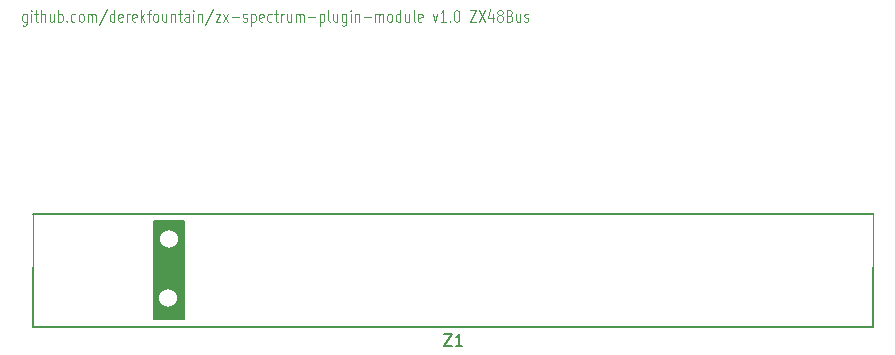
<source format=gto>
G04 #@! TF.GenerationSoftware,KiCad,Pcbnew,6.0.11-2627ca5db0~126~ubuntu22.04.1*
G04 #@! TF.CreationDate,2023-04-18T11:26:26+01:00*
G04 #@! TF.ProjectId,pim,70696d2e-6b69-4636-9164-5f7063625858,rev?*
G04 #@! TF.SameCoordinates,Original*
G04 #@! TF.FileFunction,Legend,Top*
G04 #@! TF.FilePolarity,Positive*
%FSLAX46Y46*%
G04 Gerber Fmt 4.6, Leading zero omitted, Abs format (unit mm)*
G04 Created by KiCad (PCBNEW 6.0.11-2627ca5db0~126~ubuntu22.04.1) date 2023-04-18 11:26:26*
%MOMM*%
%LPD*%
G01*
G04 APERTURE LIST*
%ADD10C,0.150000*%
%ADD11C,0.125000*%
%ADD12C,0.120000*%
%ADD13C,1.524000*%
%ADD14R,1.700000X1.700000*%
%ADD15O,1.700000X1.700000*%
G04 APERTURE END LIST*
D10*
X121980000Y-129940000D02*
X124440000Y-129940000D01*
X124440000Y-129940000D02*
X124440000Y-121640000D01*
X124440000Y-121640000D02*
X121980000Y-121640000D01*
X121980000Y-121640000D02*
X121980000Y-129940000D01*
G36*
X121980000Y-129940000D02*
G01*
X124440000Y-129940000D01*
X124440000Y-121640000D01*
X121980000Y-121640000D01*
X121980000Y-129940000D01*
G37*
D11*
X111152380Y-104095714D02*
X111152380Y-104905238D01*
X111114285Y-105000476D01*
X111076190Y-105048095D01*
X111000000Y-105095714D01*
X110885714Y-105095714D01*
X110809523Y-105048095D01*
X111152380Y-104714761D02*
X111076190Y-104762380D01*
X110923809Y-104762380D01*
X110847619Y-104714761D01*
X110809523Y-104667142D01*
X110771428Y-104571904D01*
X110771428Y-104286190D01*
X110809523Y-104190952D01*
X110847619Y-104143333D01*
X110923809Y-104095714D01*
X111076190Y-104095714D01*
X111152380Y-104143333D01*
X111533333Y-104762380D02*
X111533333Y-104095714D01*
X111533333Y-103762380D02*
X111495238Y-103810000D01*
X111533333Y-103857619D01*
X111571428Y-103810000D01*
X111533333Y-103762380D01*
X111533333Y-103857619D01*
X111800000Y-104095714D02*
X112104761Y-104095714D01*
X111914285Y-103762380D02*
X111914285Y-104619523D01*
X111952380Y-104714761D01*
X112028571Y-104762380D01*
X112104761Y-104762380D01*
X112371428Y-104762380D02*
X112371428Y-103762380D01*
X112714285Y-104762380D02*
X112714285Y-104238571D01*
X112676190Y-104143333D01*
X112600000Y-104095714D01*
X112485714Y-104095714D01*
X112409523Y-104143333D01*
X112371428Y-104190952D01*
X113438095Y-104095714D02*
X113438095Y-104762380D01*
X113095238Y-104095714D02*
X113095238Y-104619523D01*
X113133333Y-104714761D01*
X113209523Y-104762380D01*
X113323809Y-104762380D01*
X113400000Y-104714761D01*
X113438095Y-104667142D01*
X113819047Y-104762380D02*
X113819047Y-103762380D01*
X113819047Y-104143333D02*
X113895238Y-104095714D01*
X114047619Y-104095714D01*
X114123809Y-104143333D01*
X114161904Y-104190952D01*
X114200000Y-104286190D01*
X114200000Y-104571904D01*
X114161904Y-104667142D01*
X114123809Y-104714761D01*
X114047619Y-104762380D01*
X113895238Y-104762380D01*
X113819047Y-104714761D01*
X114542857Y-104667142D02*
X114580952Y-104714761D01*
X114542857Y-104762380D01*
X114504761Y-104714761D01*
X114542857Y-104667142D01*
X114542857Y-104762380D01*
X115266666Y-104714761D02*
X115190476Y-104762380D01*
X115038095Y-104762380D01*
X114961904Y-104714761D01*
X114923809Y-104667142D01*
X114885714Y-104571904D01*
X114885714Y-104286190D01*
X114923809Y-104190952D01*
X114961904Y-104143333D01*
X115038095Y-104095714D01*
X115190476Y-104095714D01*
X115266666Y-104143333D01*
X115723809Y-104762380D02*
X115647619Y-104714761D01*
X115609523Y-104667142D01*
X115571428Y-104571904D01*
X115571428Y-104286190D01*
X115609523Y-104190952D01*
X115647619Y-104143333D01*
X115723809Y-104095714D01*
X115838095Y-104095714D01*
X115914285Y-104143333D01*
X115952380Y-104190952D01*
X115990476Y-104286190D01*
X115990476Y-104571904D01*
X115952380Y-104667142D01*
X115914285Y-104714761D01*
X115838095Y-104762380D01*
X115723809Y-104762380D01*
X116333333Y-104762380D02*
X116333333Y-104095714D01*
X116333333Y-104190952D02*
X116371428Y-104143333D01*
X116447619Y-104095714D01*
X116561904Y-104095714D01*
X116638095Y-104143333D01*
X116676190Y-104238571D01*
X116676190Y-104762380D01*
X116676190Y-104238571D02*
X116714285Y-104143333D01*
X116790476Y-104095714D01*
X116904761Y-104095714D01*
X116980952Y-104143333D01*
X117019047Y-104238571D01*
X117019047Y-104762380D01*
X117971428Y-103714761D02*
X117285714Y-105000476D01*
X118580952Y-104762380D02*
X118580952Y-103762380D01*
X118580952Y-104714761D02*
X118504761Y-104762380D01*
X118352380Y-104762380D01*
X118276190Y-104714761D01*
X118238095Y-104667142D01*
X118200000Y-104571904D01*
X118200000Y-104286190D01*
X118238095Y-104190952D01*
X118276190Y-104143333D01*
X118352380Y-104095714D01*
X118504761Y-104095714D01*
X118580952Y-104143333D01*
X119266666Y-104714761D02*
X119190476Y-104762380D01*
X119038095Y-104762380D01*
X118961904Y-104714761D01*
X118923809Y-104619523D01*
X118923809Y-104238571D01*
X118961904Y-104143333D01*
X119038095Y-104095714D01*
X119190476Y-104095714D01*
X119266666Y-104143333D01*
X119304761Y-104238571D01*
X119304761Y-104333809D01*
X118923809Y-104429047D01*
X119647619Y-104762380D02*
X119647619Y-104095714D01*
X119647619Y-104286190D02*
X119685714Y-104190952D01*
X119723809Y-104143333D01*
X119800000Y-104095714D01*
X119876190Y-104095714D01*
X120447619Y-104714761D02*
X120371428Y-104762380D01*
X120219047Y-104762380D01*
X120142857Y-104714761D01*
X120104761Y-104619523D01*
X120104761Y-104238571D01*
X120142857Y-104143333D01*
X120219047Y-104095714D01*
X120371428Y-104095714D01*
X120447619Y-104143333D01*
X120485714Y-104238571D01*
X120485714Y-104333809D01*
X120104761Y-104429047D01*
X120828571Y-104762380D02*
X120828571Y-103762380D01*
X120904761Y-104381428D02*
X121133333Y-104762380D01*
X121133333Y-104095714D02*
X120828571Y-104476666D01*
X121361904Y-104095714D02*
X121666666Y-104095714D01*
X121476190Y-104762380D02*
X121476190Y-103905238D01*
X121514285Y-103810000D01*
X121590476Y-103762380D01*
X121666666Y-103762380D01*
X122047619Y-104762380D02*
X121971428Y-104714761D01*
X121933333Y-104667142D01*
X121895238Y-104571904D01*
X121895238Y-104286190D01*
X121933333Y-104190952D01*
X121971428Y-104143333D01*
X122047619Y-104095714D01*
X122161904Y-104095714D01*
X122238095Y-104143333D01*
X122276190Y-104190952D01*
X122314285Y-104286190D01*
X122314285Y-104571904D01*
X122276190Y-104667142D01*
X122238095Y-104714761D01*
X122161904Y-104762380D01*
X122047619Y-104762380D01*
X123000000Y-104095714D02*
X123000000Y-104762380D01*
X122657142Y-104095714D02*
X122657142Y-104619523D01*
X122695238Y-104714761D01*
X122771428Y-104762380D01*
X122885714Y-104762380D01*
X122961904Y-104714761D01*
X123000000Y-104667142D01*
X123380952Y-104095714D02*
X123380952Y-104762380D01*
X123380952Y-104190952D02*
X123419047Y-104143333D01*
X123495238Y-104095714D01*
X123609523Y-104095714D01*
X123685714Y-104143333D01*
X123723809Y-104238571D01*
X123723809Y-104762380D01*
X123990476Y-104095714D02*
X124295238Y-104095714D01*
X124104761Y-103762380D02*
X124104761Y-104619523D01*
X124142857Y-104714761D01*
X124219047Y-104762380D01*
X124295238Y-104762380D01*
X124904761Y-104762380D02*
X124904761Y-104238571D01*
X124866666Y-104143333D01*
X124790476Y-104095714D01*
X124638095Y-104095714D01*
X124561904Y-104143333D01*
X124904761Y-104714761D02*
X124828571Y-104762380D01*
X124638095Y-104762380D01*
X124561904Y-104714761D01*
X124523809Y-104619523D01*
X124523809Y-104524285D01*
X124561904Y-104429047D01*
X124638095Y-104381428D01*
X124828571Y-104381428D01*
X124904761Y-104333809D01*
X125285714Y-104762380D02*
X125285714Y-104095714D01*
X125285714Y-103762380D02*
X125247619Y-103810000D01*
X125285714Y-103857619D01*
X125323809Y-103810000D01*
X125285714Y-103762380D01*
X125285714Y-103857619D01*
X125666666Y-104095714D02*
X125666666Y-104762380D01*
X125666666Y-104190952D02*
X125704761Y-104143333D01*
X125780952Y-104095714D01*
X125895238Y-104095714D01*
X125971428Y-104143333D01*
X126009523Y-104238571D01*
X126009523Y-104762380D01*
X126961904Y-103714761D02*
X126276190Y-105000476D01*
X127152380Y-104095714D02*
X127571428Y-104095714D01*
X127152380Y-104762380D01*
X127571428Y-104762380D01*
X127800000Y-104762380D02*
X128219047Y-104095714D01*
X127800000Y-104095714D02*
X128219047Y-104762380D01*
X128523809Y-104381428D02*
X129133333Y-104381428D01*
X129476190Y-104714761D02*
X129552380Y-104762380D01*
X129704761Y-104762380D01*
X129780952Y-104714761D01*
X129819047Y-104619523D01*
X129819047Y-104571904D01*
X129780952Y-104476666D01*
X129704761Y-104429047D01*
X129590476Y-104429047D01*
X129514285Y-104381428D01*
X129476190Y-104286190D01*
X129476190Y-104238571D01*
X129514285Y-104143333D01*
X129590476Y-104095714D01*
X129704761Y-104095714D01*
X129780952Y-104143333D01*
X130161904Y-104095714D02*
X130161904Y-105095714D01*
X130161904Y-104143333D02*
X130238095Y-104095714D01*
X130390476Y-104095714D01*
X130466666Y-104143333D01*
X130504761Y-104190952D01*
X130542857Y-104286190D01*
X130542857Y-104571904D01*
X130504761Y-104667142D01*
X130466666Y-104714761D01*
X130390476Y-104762380D01*
X130238095Y-104762380D01*
X130161904Y-104714761D01*
X131190476Y-104714761D02*
X131114285Y-104762380D01*
X130961904Y-104762380D01*
X130885714Y-104714761D01*
X130847619Y-104619523D01*
X130847619Y-104238571D01*
X130885714Y-104143333D01*
X130961904Y-104095714D01*
X131114285Y-104095714D01*
X131190476Y-104143333D01*
X131228571Y-104238571D01*
X131228571Y-104333809D01*
X130847619Y-104429047D01*
X131914285Y-104714761D02*
X131838095Y-104762380D01*
X131685714Y-104762380D01*
X131609523Y-104714761D01*
X131571428Y-104667142D01*
X131533333Y-104571904D01*
X131533333Y-104286190D01*
X131571428Y-104190952D01*
X131609523Y-104143333D01*
X131685714Y-104095714D01*
X131838095Y-104095714D01*
X131914285Y-104143333D01*
X132142857Y-104095714D02*
X132447619Y-104095714D01*
X132257142Y-103762380D02*
X132257142Y-104619523D01*
X132295238Y-104714761D01*
X132371428Y-104762380D01*
X132447619Y-104762380D01*
X132714285Y-104762380D02*
X132714285Y-104095714D01*
X132714285Y-104286190D02*
X132752380Y-104190952D01*
X132790476Y-104143333D01*
X132866666Y-104095714D01*
X132942857Y-104095714D01*
X133552380Y-104095714D02*
X133552380Y-104762380D01*
X133209523Y-104095714D02*
X133209523Y-104619523D01*
X133247619Y-104714761D01*
X133323809Y-104762380D01*
X133438095Y-104762380D01*
X133514285Y-104714761D01*
X133552380Y-104667142D01*
X133933333Y-104762380D02*
X133933333Y-104095714D01*
X133933333Y-104190952D02*
X133971428Y-104143333D01*
X134047619Y-104095714D01*
X134161904Y-104095714D01*
X134238095Y-104143333D01*
X134276190Y-104238571D01*
X134276190Y-104762380D01*
X134276190Y-104238571D02*
X134314285Y-104143333D01*
X134390476Y-104095714D01*
X134504761Y-104095714D01*
X134580952Y-104143333D01*
X134619047Y-104238571D01*
X134619047Y-104762380D01*
X135000000Y-104381428D02*
X135609523Y-104381428D01*
X135990476Y-104095714D02*
X135990476Y-105095714D01*
X135990476Y-104143333D02*
X136066666Y-104095714D01*
X136219047Y-104095714D01*
X136295238Y-104143333D01*
X136333333Y-104190952D01*
X136371428Y-104286190D01*
X136371428Y-104571904D01*
X136333333Y-104667142D01*
X136295238Y-104714761D01*
X136219047Y-104762380D01*
X136066666Y-104762380D01*
X135990476Y-104714761D01*
X136828571Y-104762380D02*
X136752380Y-104714761D01*
X136714285Y-104619523D01*
X136714285Y-103762380D01*
X137476190Y-104095714D02*
X137476190Y-104762380D01*
X137133333Y-104095714D02*
X137133333Y-104619523D01*
X137171428Y-104714761D01*
X137247619Y-104762380D01*
X137361904Y-104762380D01*
X137438095Y-104714761D01*
X137476190Y-104667142D01*
X138200000Y-104095714D02*
X138200000Y-104905238D01*
X138161904Y-105000476D01*
X138123809Y-105048095D01*
X138047619Y-105095714D01*
X137933333Y-105095714D01*
X137857142Y-105048095D01*
X138200000Y-104714761D02*
X138123809Y-104762380D01*
X137971428Y-104762380D01*
X137895238Y-104714761D01*
X137857142Y-104667142D01*
X137819047Y-104571904D01*
X137819047Y-104286190D01*
X137857142Y-104190952D01*
X137895238Y-104143333D01*
X137971428Y-104095714D01*
X138123809Y-104095714D01*
X138200000Y-104143333D01*
X138580952Y-104762380D02*
X138580952Y-104095714D01*
X138580952Y-103762380D02*
X138542857Y-103810000D01*
X138580952Y-103857619D01*
X138619047Y-103810000D01*
X138580952Y-103762380D01*
X138580952Y-103857619D01*
X138961904Y-104095714D02*
X138961904Y-104762380D01*
X138961904Y-104190952D02*
X139000000Y-104143333D01*
X139076190Y-104095714D01*
X139190476Y-104095714D01*
X139266666Y-104143333D01*
X139304761Y-104238571D01*
X139304761Y-104762380D01*
X139685714Y-104381428D02*
X140295238Y-104381428D01*
X140676190Y-104762380D02*
X140676190Y-104095714D01*
X140676190Y-104190952D02*
X140714285Y-104143333D01*
X140790476Y-104095714D01*
X140904761Y-104095714D01*
X140980952Y-104143333D01*
X141019047Y-104238571D01*
X141019047Y-104762380D01*
X141019047Y-104238571D02*
X141057142Y-104143333D01*
X141133333Y-104095714D01*
X141247619Y-104095714D01*
X141323809Y-104143333D01*
X141361904Y-104238571D01*
X141361904Y-104762380D01*
X141857142Y-104762380D02*
X141780952Y-104714761D01*
X141742857Y-104667142D01*
X141704761Y-104571904D01*
X141704761Y-104286190D01*
X141742857Y-104190952D01*
X141780952Y-104143333D01*
X141857142Y-104095714D01*
X141971428Y-104095714D01*
X142047619Y-104143333D01*
X142085714Y-104190952D01*
X142123809Y-104286190D01*
X142123809Y-104571904D01*
X142085714Y-104667142D01*
X142047619Y-104714761D01*
X141971428Y-104762380D01*
X141857142Y-104762380D01*
X142809523Y-104762380D02*
X142809523Y-103762380D01*
X142809523Y-104714761D02*
X142733333Y-104762380D01*
X142580952Y-104762380D01*
X142504761Y-104714761D01*
X142466666Y-104667142D01*
X142428571Y-104571904D01*
X142428571Y-104286190D01*
X142466666Y-104190952D01*
X142504761Y-104143333D01*
X142580952Y-104095714D01*
X142733333Y-104095714D01*
X142809523Y-104143333D01*
X143533333Y-104095714D02*
X143533333Y-104762380D01*
X143190476Y-104095714D02*
X143190476Y-104619523D01*
X143228571Y-104714761D01*
X143304761Y-104762380D01*
X143419047Y-104762380D01*
X143495238Y-104714761D01*
X143533333Y-104667142D01*
X144028571Y-104762380D02*
X143952380Y-104714761D01*
X143914285Y-104619523D01*
X143914285Y-103762380D01*
X144638095Y-104714761D02*
X144561904Y-104762380D01*
X144409523Y-104762380D01*
X144333333Y-104714761D01*
X144295238Y-104619523D01*
X144295238Y-104238571D01*
X144333333Y-104143333D01*
X144409523Y-104095714D01*
X144561904Y-104095714D01*
X144638095Y-104143333D01*
X144676190Y-104238571D01*
X144676190Y-104333809D01*
X144295238Y-104429047D01*
X145552380Y-104095714D02*
X145742857Y-104762380D01*
X145933333Y-104095714D01*
X146657142Y-104762380D02*
X146200000Y-104762380D01*
X146428571Y-104762380D02*
X146428571Y-103762380D01*
X146352380Y-103905238D01*
X146276190Y-104000476D01*
X146200000Y-104048095D01*
X147000000Y-104667142D02*
X147038095Y-104714761D01*
X147000000Y-104762380D01*
X146961904Y-104714761D01*
X147000000Y-104667142D01*
X147000000Y-104762380D01*
X147533333Y-103762380D02*
X147609523Y-103762380D01*
X147685714Y-103810000D01*
X147723809Y-103857619D01*
X147761904Y-103952857D01*
X147800000Y-104143333D01*
X147800000Y-104381428D01*
X147761904Y-104571904D01*
X147723809Y-104667142D01*
X147685714Y-104714761D01*
X147609523Y-104762380D01*
X147533333Y-104762380D01*
X147457142Y-104714761D01*
X147419047Y-104667142D01*
X147380952Y-104571904D01*
X147342857Y-104381428D01*
X147342857Y-104143333D01*
X147380952Y-103952857D01*
X147419047Y-103857619D01*
X147457142Y-103810000D01*
X147533333Y-103762380D01*
X148676190Y-103762380D02*
X149209523Y-103762380D01*
X148676190Y-104762380D01*
X149209523Y-104762380D01*
X149438095Y-103762380D02*
X149971428Y-104762380D01*
X149971428Y-103762380D02*
X149438095Y-104762380D01*
X150619047Y-104095714D02*
X150619047Y-104762380D01*
X150428571Y-103714761D02*
X150238095Y-104429047D01*
X150733333Y-104429047D01*
X151152380Y-104190952D02*
X151076190Y-104143333D01*
X151038095Y-104095714D01*
X151000000Y-104000476D01*
X151000000Y-103952857D01*
X151038095Y-103857619D01*
X151076190Y-103810000D01*
X151152380Y-103762380D01*
X151304761Y-103762380D01*
X151380952Y-103810000D01*
X151419047Y-103857619D01*
X151457142Y-103952857D01*
X151457142Y-104000476D01*
X151419047Y-104095714D01*
X151380952Y-104143333D01*
X151304761Y-104190952D01*
X151152380Y-104190952D01*
X151076190Y-104238571D01*
X151038095Y-104286190D01*
X151000000Y-104381428D01*
X151000000Y-104571904D01*
X151038095Y-104667142D01*
X151076190Y-104714761D01*
X151152380Y-104762380D01*
X151304761Y-104762380D01*
X151380952Y-104714761D01*
X151419047Y-104667142D01*
X151457142Y-104571904D01*
X151457142Y-104381428D01*
X151419047Y-104286190D01*
X151380952Y-104238571D01*
X151304761Y-104190952D01*
X152066666Y-104238571D02*
X152180952Y-104286190D01*
X152219047Y-104333809D01*
X152257142Y-104429047D01*
X152257142Y-104571904D01*
X152219047Y-104667142D01*
X152180952Y-104714761D01*
X152104761Y-104762380D01*
X151800000Y-104762380D01*
X151800000Y-103762380D01*
X152066666Y-103762380D01*
X152142857Y-103810000D01*
X152180952Y-103857619D01*
X152219047Y-103952857D01*
X152219047Y-104048095D01*
X152180952Y-104143333D01*
X152142857Y-104190952D01*
X152066666Y-104238571D01*
X151800000Y-104238571D01*
X152942857Y-104095714D02*
X152942857Y-104762380D01*
X152600000Y-104095714D02*
X152600000Y-104619523D01*
X152638095Y-104714761D01*
X152714285Y-104762380D01*
X152828571Y-104762380D01*
X152904761Y-104714761D01*
X152942857Y-104667142D01*
X153285714Y-104714761D02*
X153361904Y-104762380D01*
X153514285Y-104762380D01*
X153590476Y-104714761D01*
X153628571Y-104619523D01*
X153628571Y-104571904D01*
X153590476Y-104476666D01*
X153514285Y-104429047D01*
X153400000Y-104429047D01*
X153323809Y-104381428D01*
X153285714Y-104286190D01*
X153285714Y-104238571D01*
X153323809Y-104143333D01*
X153400000Y-104095714D01*
X153514285Y-104095714D01*
X153590476Y-104143333D01*
D10*
X146480476Y-131182380D02*
X147147142Y-131182380D01*
X146480476Y-132182380D01*
X147147142Y-132182380D01*
X148051904Y-132182380D02*
X147480476Y-132182380D01*
X147766190Y-132182380D02*
X147766190Y-131182380D01*
X147670952Y-131325238D01*
X147575714Y-131420476D01*
X147480476Y-131468095D01*
X111710000Y-125530000D02*
X111710000Y-130610000D01*
D12*
X111720000Y-121020000D02*
X111710000Y-125530000D01*
D10*
X182840000Y-121020000D02*
X111720000Y-121020000D01*
X182830000Y-130610000D02*
X182830000Y-125530000D01*
D12*
X182840000Y-120990000D02*
X182830000Y-125630000D01*
D10*
X111710000Y-130610000D02*
X182830000Y-130610000D01*
%LPC*%
D13*
X123160000Y-128170000D03*
X123190000Y-123190000D03*
X113030000Y-123190000D03*
X115570000Y-123190000D03*
X118110000Y-123190000D03*
X120650000Y-123190000D03*
X125730000Y-123190000D03*
X128270000Y-123190000D03*
X130810000Y-123190000D03*
X133350000Y-123190000D03*
X135890000Y-123190000D03*
X138430000Y-123190000D03*
X140970000Y-123190000D03*
X143510000Y-123190000D03*
X146050000Y-123190000D03*
X148590000Y-123190000D03*
X151130000Y-123190000D03*
X153670000Y-123190000D03*
X156210000Y-123190000D03*
X158750000Y-123190000D03*
X161290000Y-123190000D03*
X163830000Y-123190000D03*
X166370000Y-123190000D03*
X168910000Y-123190000D03*
X171450000Y-123190000D03*
X173990000Y-123190000D03*
X176530000Y-123190000D03*
X179070000Y-123190000D03*
X181610000Y-123190000D03*
X113000000Y-128170000D03*
X115540000Y-128170000D03*
X118080000Y-128170000D03*
X120620000Y-128170000D03*
X125700000Y-128170000D03*
X128240000Y-128170000D03*
X130780000Y-128170000D03*
X133320000Y-128170000D03*
X135860000Y-128170000D03*
X138400000Y-128170000D03*
X140940000Y-128170000D03*
X143480000Y-128170000D03*
X146020000Y-128170000D03*
X148560000Y-128170000D03*
X151100000Y-128170000D03*
X153640000Y-128170000D03*
X156180000Y-128170000D03*
X158720000Y-128170000D03*
X161260000Y-128170000D03*
X163800000Y-128170000D03*
X166340000Y-128170000D03*
X168880000Y-128170000D03*
X171420000Y-128170000D03*
X173960000Y-128170000D03*
X176500000Y-128170000D03*
X179040000Y-128170000D03*
X181580000Y-128170000D03*
D14*
X181570000Y-110580000D03*
D15*
X179030000Y-110580000D03*
X176490000Y-110580000D03*
X173950000Y-110580000D03*
X171410000Y-110580000D03*
X168870000Y-110580000D03*
X166330000Y-110580000D03*
X163790000Y-110580000D03*
X161250000Y-110580000D03*
X158710000Y-110580000D03*
X156170000Y-110580000D03*
X153630000Y-110580000D03*
X151090000Y-110580000D03*
X148550000Y-110580000D03*
X146010000Y-110580000D03*
X143470000Y-110580000D03*
X140930000Y-110580000D03*
X138390000Y-110580000D03*
X135850000Y-110580000D03*
X133310000Y-110580000D03*
X130770000Y-110580000D03*
X128230000Y-110580000D03*
X125690000Y-110580000D03*
X123150000Y-110580000D03*
X120610000Y-110580000D03*
X118070000Y-110580000D03*
X115530000Y-110580000D03*
X112990000Y-110580000D03*
D14*
X113075000Y-115570000D03*
D15*
X115615000Y-115570000D03*
X118155000Y-115570000D03*
X120695000Y-115570000D03*
X123235000Y-115570000D03*
X125775000Y-115570000D03*
X128315000Y-115570000D03*
X130855000Y-115570000D03*
X133395000Y-115570000D03*
X135935000Y-115570000D03*
X138475000Y-115570000D03*
X141015000Y-115570000D03*
X143555000Y-115570000D03*
X146095000Y-115570000D03*
X148635000Y-115570000D03*
X151175000Y-115570000D03*
X153715000Y-115570000D03*
X156255000Y-115570000D03*
X158795000Y-115570000D03*
X161335000Y-115570000D03*
X163875000Y-115570000D03*
X166415000Y-115570000D03*
X168955000Y-115570000D03*
X171495000Y-115570000D03*
X174035000Y-115570000D03*
X176575000Y-115570000D03*
X179115000Y-115570000D03*
X181655000Y-115570000D03*
M02*

</source>
